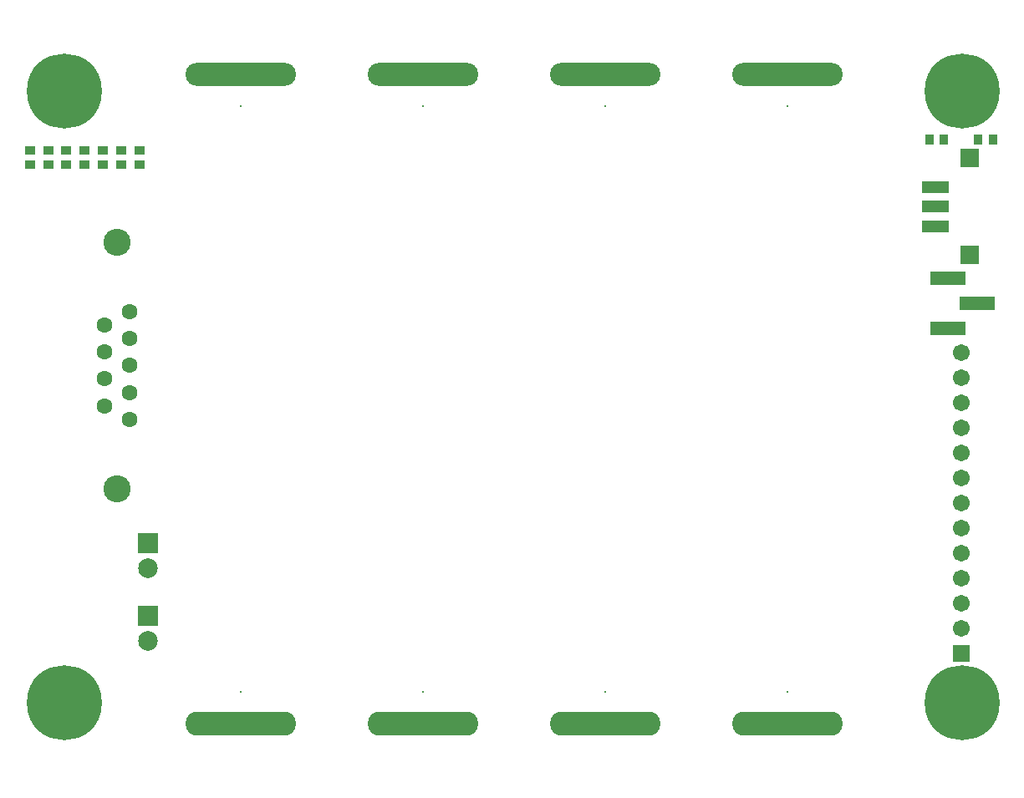
<source format=gbs>
G04*
G04 #@! TF.GenerationSoftware,Altium Limited,Altium Designer,20.0.11 (256)*
G04*
G04 Layer_Color=16711935*
%FSLAX25Y25*%
%MOIN*%
G70*
G01*
G75*
%ADD34R,0.03556X0.04343*%
%ADD41R,0.04343X0.03556*%
%ADD45C,0.29934*%
%ADD46C,0.06706*%
%ADD47R,0.06706X0.06706*%
%ADD48C,0.10800*%
%ADD49C,0.06300*%
%ADD50C,0.07847*%
%ADD51R,0.07847X0.07847*%
G04:AMPARAMS|DCode=52|XSize=8mil|YSize=8mil|CornerRadius=0mil|HoleSize=0mil|Usage=FLASHONLY|Rotation=90.000|XOffset=0mil|YOffset=0mil|HoleType=Round|Shape=RoundedRectangle|*
%AMROUNDEDRECTD52*
21,1,0.00800,0.00800,0,0,90.0*
21,1,0.00800,0.00800,0,0,90.0*
1,1,0.00000,0.00400,0.00400*
1,1,0.00000,0.00400,-0.00400*
1,1,0.00000,-0.00400,-0.00400*
1,1,0.00000,-0.00400,0.00400*
%
%ADD52ROUNDEDRECTD52*%
%ADD76R,0.07493X0.07493*%
%ADD77R,0.10839X0.04737*%
%ADD78R,0.14304X0.05800*%
G04:AMPARAMS|DCode=79|XSize=91.66mil|YSize=441.07mil|CornerRadius=45.83mil|HoleSize=0mil|Usage=FLASHONLY|Rotation=90.000|XOffset=0mil|YOffset=0mil|HoleType=Round|Shape=RoundedRectangle|*
%AMROUNDEDRECTD79*
21,1,0.09166,0.34941,0,0,90.0*
21,1,0.00000,0.44107,0,0,90.0*
1,1,0.09166,0.17471,0.00000*
1,1,0.09166,0.17471,0.00000*
1,1,0.09166,-0.17471,0.00000*
1,1,0.09166,-0.17471,0.00000*
%
%ADD79ROUNDEDRECTD79*%
G04:AMPARAMS|DCode=80|XSize=96.58mil|YSize=441.07mil|CornerRadius=48.29mil|HoleSize=0mil|Usage=FLASHONLY|Rotation=270.000|XOffset=0mil|YOffset=0mil|HoleType=Round|Shape=RoundedRectangle|*
%AMROUNDEDRECTD80*
21,1,0.09658,0.34449,0,0,270.0*
21,1,0.00000,0.44107,0,0,270.0*
1,1,0.09658,-0.17224,0.00000*
1,1,0.09658,-0.17224,0.00000*
1,1,0.09658,0.17224,0.00000*
1,1,0.09658,0.17224,0.00000*
%
%ADD80ROUNDEDRECTD80*%
G36*
X345567Y152120D02*
Y146718D01*
X359472D01*
Y152120D01*
X345567D01*
D02*
G37*
G36*
Y172120D02*
Y166718D01*
X359472D01*
Y172120D01*
X345567D01*
D02*
G37*
G36*
X357063Y162120D02*
Y156718D01*
X370969D01*
Y162120D01*
X357063D01*
D02*
G37*
D34*
X350884Y224856D02*
D03*
X344978D02*
D03*
X370364Y224786D02*
D03*
X364458D02*
D03*
D41*
X-13636Y214716D02*
D03*
Y220622D02*
D03*
X-6350Y214716D02*
D03*
Y220622D02*
D03*
X936Y214716D02*
D03*
Y220622D02*
D03*
X8222Y214716D02*
D03*
Y220622D02*
D03*
X15508Y214716D02*
D03*
Y220622D02*
D03*
X30080Y214716D02*
D03*
Y220622D02*
D03*
X22794Y214716D02*
D03*
Y220622D02*
D03*
D45*
X358268Y244094D02*
D03*
Y0D02*
D03*
X0D02*
D03*
Y244094D02*
D03*
D46*
X357768Y69779D02*
D03*
Y79779D02*
D03*
Y89779D02*
D03*
Y59779D02*
D03*
Y49779D02*
D03*
Y39779D02*
D03*
Y29779D02*
D03*
Y119779D02*
D03*
Y129779D02*
D03*
Y139779D02*
D03*
Y109779D02*
D03*
Y99779D02*
D03*
D47*
Y19779D02*
D03*
D48*
X21260Y183919D02*
D03*
Y85519D02*
D03*
D49*
X26291Y156294D02*
D03*
X16291Y150900D02*
D03*
X26291Y145506D02*
D03*
X16291Y140113D02*
D03*
X26291Y134719D02*
D03*
X16291Y129325D02*
D03*
X26291Y123932D02*
D03*
X16291Y118538D02*
D03*
X26291Y113144D02*
D03*
D50*
X33330Y53679D02*
D03*
Y24649D02*
D03*
D51*
Y63679D02*
D03*
Y34649D02*
D03*
D52*
X288565Y4559D02*
D03*
Y238000D02*
D03*
X215845Y4559D02*
D03*
Y238000D02*
D03*
X143125Y4559D02*
D03*
Y238000D02*
D03*
X70405Y4559D02*
D03*
Y238000D02*
D03*
D76*
X361207Y178798D02*
D03*
Y217380D02*
D03*
D77*
X347526Y190215D02*
D03*
Y198089D02*
D03*
Y205963D02*
D03*
D78*
X352520Y149419D02*
D03*
X364016Y159419D02*
D03*
X352520Y169419D02*
D03*
D79*
X288565Y250779D02*
D03*
X215845D02*
D03*
X143125D02*
D03*
X70405D02*
D03*
D80*
X288565Y-8221D02*
D03*
X215845D02*
D03*
X143125D02*
D03*
X70405D02*
D03*
M02*

</source>
